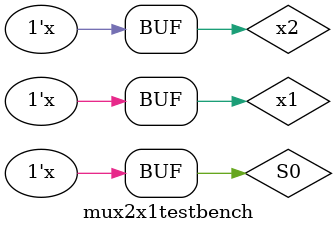
<source format=v>
`timescale 1ns / 1ps


module mux2x1testbench;

	// Inputs
	reg S0;
	reg x1;
	reg x2;

	// Outputs
	wire m1;

	// Instantiate the Unit Under Test (UUT)
	mux2x1 uut (
		.S0(S0), 
		.x1(x1), 
		.x2(x2), 
		.m1(m1)
	);

	initial begin
		// Initialize Inputs
		S0 = 0;
		x1 = 0;
		x2 = 0;

		// Wait 100 ns for global reset to finish
		#100;
        
		// Add stimulus here

	end
	
	always #2 x1=~x1;
	always #4 x2=~x2;
	always #3 S0=~S0;
      
endmodule


</source>
